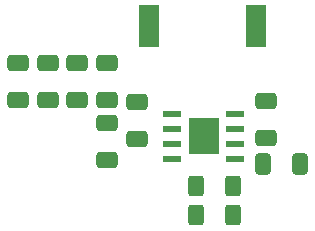
<source format=gbr>
%TF.GenerationSoftware,KiCad,Pcbnew,(5.99.0-10209-gdc0cf3b802)*%
%TF.CreationDate,2021-04-10T19:11:07+02:00*%
%TF.ProjectId,BUCK_LMR33630,4255434b-5f4c-44d5-9233-333633302e6b,rev?*%
%TF.SameCoordinates,Original*%
%TF.FileFunction,Paste,Top*%
%TF.FilePolarity,Positive*%
%FSLAX46Y46*%
G04 Gerber Fmt 4.6, Leading zero omitted, Abs format (unit mm)*
G04 Created by KiCad (PCBNEW (5.99.0-10209-gdc0cf3b802)) date 2021-04-10 19:11:07*
%MOMM*%
%LPD*%
G01*
G04 APERTURE LIST*
G04 Aperture macros list*
%AMRoundRect*
0 Rectangle with rounded corners*
0 $1 Rounding radius*
0 $2 $3 $4 $5 $6 $7 $8 $9 X,Y pos of 4 corners*
0 Add a 4 corners polygon primitive as box body*
4,1,4,$2,$3,$4,$5,$6,$7,$8,$9,$2,$3,0*
0 Add four circle primitives for the rounded corners*
1,1,$1+$1,$2,$3*
1,1,$1+$1,$4,$5*
1,1,$1+$1,$6,$7*
1,1,$1+$1,$8,$9*
0 Add four rect primitives between the rounded corners*
20,1,$1+$1,$2,$3,$4,$5,0*
20,1,$1+$1,$4,$5,$6,$7,0*
20,1,$1+$1,$6,$7,$8,$9,0*
20,1,$1+$1,$8,$9,$2,$3,0*%
G04 Aperture macros list end*
%ADD10RoundRect,0.250000X-0.650000X0.412500X-0.650000X-0.412500X0.650000X-0.412500X0.650000X0.412500X0*%
%ADD11RoundRect,0.250000X0.400000X0.625000X-0.400000X0.625000X-0.400000X-0.625000X0.400000X-0.625000X0*%
%ADD12RoundRect,0.250000X0.650000X-0.412500X0.650000X0.412500X-0.650000X0.412500X-0.650000X-0.412500X0*%
%ADD13RoundRect,0.250000X-0.412500X-0.650000X0.412500X-0.650000X0.412500X0.650000X-0.412500X0.650000X0*%
%ADD14R,2.600000X3.100000*%
%ADD15R,1.550000X0.600000*%
%ADD16R,1.800000X3.600000*%
%ADD17RoundRect,0.250000X-0.400000X-0.625000X0.400000X-0.625000X0.400000X0.625000X-0.400000X0.625000X0*%
G04 APERTURE END LIST*
D10*
%TO.C,C7*%
X117400000Y-78157500D03*
X117400000Y-81282500D03*
%TD*%
%TO.C,C8*%
X119900000Y-78157500D03*
X119900000Y-81282500D03*
%TD*%
%TO.C,C4*%
X133400000Y-81337500D03*
X133400000Y-84462500D03*
%TD*%
D11*
%TO.C,R2*%
X130550000Y-88500000D03*
X127450000Y-88500000D03*
%TD*%
D12*
%TO.C,C1*%
X119900000Y-86362500D03*
X119900000Y-83237500D03*
%TD*%
D13*
%TO.C,C3*%
X133137500Y-86700000D03*
X136262500Y-86700000D03*
%TD*%
D10*
%TO.C,C5*%
X112400000Y-78157500D03*
X112400000Y-81282500D03*
%TD*%
D14*
%TO.C,U1*%
X128100000Y-84300000D03*
D15*
X125400000Y-82395000D03*
X125400000Y-83665000D03*
X125400000Y-84935000D03*
X125400000Y-86205000D03*
X130800000Y-86205000D03*
X130800000Y-84935000D03*
X130800000Y-83665000D03*
X130800000Y-82395000D03*
%TD*%
D16*
%TO.C,L1*%
X132500000Y-75000000D03*
X123500000Y-75000000D03*
%TD*%
D10*
%TO.C,C6*%
X114900000Y-78157500D03*
X114900000Y-81282500D03*
%TD*%
D12*
%TO.C,C2*%
X122500000Y-84562500D03*
X122500000Y-81437500D03*
%TD*%
D17*
%TO.C,R1*%
X127450000Y-91000000D03*
X130550000Y-91000000D03*
%TD*%
M02*

</source>
